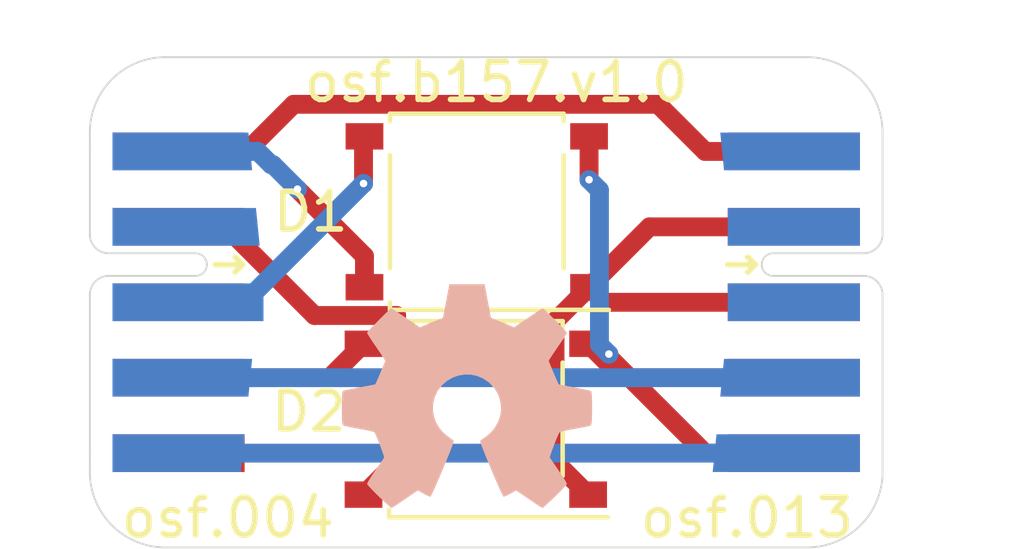
<source format=kicad_pcb>
(kicad_pcb (version 20221018) (generator pcbnew)
  (layers (0 "F.Cu" signal) (31 "B.Cu" signal) (34 "B.Paste" user) (35 "F.Paste" user) (36 "B.SilkS" user "B.Silkscreen") (37 "F.SilkS" user "F.Silkscreen") (38 "B.Mask" user) (39 "F.Mask" user) (44 "Edge.Cuts" user))
  (net 0 "")
  (net 1 "/rectifier/+")
  (net 2 "/rectifier/-")
  (net 3 "/rectifier/~2")
  (net 4 "/rectifier/~1")
  (net 5 "/rectifier1/~2")
  (net 6 "/rectifier1/~1")
  (net 7 "GND")
  (net 8 "/3.3V")
  (net 9 "/5V")
  (footprint "on_edge:on_edge_2x05_host" (layer "F.Cu") (at 161 96.5 -90)
    (fp_text reference "J2")
    (fp_text value "013_PoE_rectified")
    (fp_line (start -1 3.373) (end -1.2 3.573) (stroke (width 0.153)) (layer "F.SilkS"))
    (fp_line (start -1 4.1) (end -1 3.373) (stroke (width 0.153)) (layer "F.SilkS"))
    (fp_line (start -0.8 3.573) (end -1 3.373) (stroke (width 0.153)) (layer "F.SilkS"))
    (fp_line (start -4 0) (end -1.8 0) (stroke (width 0.05)) (layer "Edge.Cuts"))
    (fp_line (start -1.3 0.5) (end -1.3 2.9) (stroke (width 0.05)) (layer "Edge.Cuts"))
    (fp_line (start -0.7 2.9) (end -0.7 0.5) (stroke (width 0.05)) (layer "Edge.Cuts"))
    (fp_line (start -0.2 0) (end 4 0) (stroke (width 0.05)) (layer "Edge.Cuts"))
    (fp_arc (start -1.8 0) (mid -1.446447 0.146447) (end -1.3 0.5) (stroke (width 0.05)) (layer "Edge.Cuts"))
    (fp_arc (start -0.7 0.5) (mid -0.553553 0.146447) (end -0.2 0) (stroke (width 0.05)) (layer "Edge.Cuts"))
    (fp_arc (start -0.7 2.9) (mid -1 3.2) (end -1.3 2.9) (stroke (width 0.05)) (layer "Edge.Cuts"))
    (pad "1" smd rect (at -4 2.35 270) (size 1 3.5) (layers "F.Cu" "F.Mask") (net 7 "GND"))
    (pad "2" smd rect (at -2 2.35 270) (size 1 3.5) (layers "F.Cu" "F.Mask") (net 1 "/rectifier/+"))
    (pad "3" smd rect (at 0 2.35 270) (size 1 3.5) (layers "F.Cu" "F.Mask") (net 1 "/rectifier/+"))
    (pad "4" smd rect (at 2 2.35 270) (size 1 3.5) (layers "F.Cu" "F.Mask") (net 2 "/rectifier/-"))
    (pad "5" smd rect (at 4 2.35 270) (size 1 3.5) (layers "F.Cu" "F.Mask") (net 2 "/rectifier/-"))
    (pad "6" smd custom (at -4 2.4 90) (size 1 3.6) (layers "B.Cu" "B.Mask") (options (clearance outline) (anchor rect)) (primitives (gr_poly (pts (xy 0.5 -1.8) (xy -0.5 -1.8) (xy 0.5 -1.9)) (width 0) (fill yes))))
    (pad "7" smd rect (at -2 2.35 90) (size 1 3.5) (layers "B.Cu" "B.Mask"))
    (pad "8" smd rect (at 0 2.35 90) (size 1 3.5) (layers "B.Cu" "B.Mask"))
    (pad "9" smd custom (at 2 2.4 90) (size 1 3.6) (layers "B.Cu" "B.Mask") (net 8 "/3.3V") (options (clearance outline) (anchor rect)) (primitives (gr_poly (pts (xy 0.5 -1.8) (xy -0.5 -1.8) (xy -0.5 -1.9)) (width 0) (fill yes))))
    (pad "10" smd custom (at 4 2.5 90) (size 1 3.8) (layers "B.Cu" "B.Mask") (net 9 "/5V") (options (clearance outline) (anchor rect)) (primitives (gr_poly (pts (xy 0.5 -1.9) (xy -0.5 -1.9) (xy -0.5 -2)) (width 0) (fill yes))))
  )
  (footprint "on_edge:on_edge_2x05_device" (layer "F.Cu") (at 140 96.5 -90)
    (fp_text reference "J1")
    (fp_text value "004_BASE-T_CT")
    (fp_line (start -1.2 -3.85) (end -1 -4.05) (stroke (width 0.153)) (layer "F.SilkS"))
    (fp_line (start -1 -4.05) (end -1 -3.323) (stroke (width 0.153)) (layer "F.SilkS"))
    (fp_line (start -1 -4.05) (end -0.8 -3.85) (stroke (width 0.153)) (layer "F.SilkS"))
    (fp_line (start -4 0) (end -1.8 0) (stroke (width 0.05)) (layer "Edge.Cuts"))
    (fp_line (start -1.3 -2.8) (end -1.3 -0.5) (stroke (width 0.05)) (layer "Edge.Cuts"))
    (fp_line (start -0.7 -0.5) (end -0.7 -2.8) (stroke (width 0.05)) (layer "Edge.Cuts"))
    (fp_line (start -0.2 0) (end 4 0) (stroke (width 0.05)) (layer "Edge.Cuts"))
    (fp_arc (start -1.3 -2.8) (mid -1 -3.1) (end -0.7 -2.8) (stroke (width 0.05)) (layer "Edge.Cuts"))
    (fp_arc (start -1.3 -0.5) (mid -1.446447 -0.146447) (end -1.8 0) (stroke (width 0.05)) (layer "Edge.Cuts"))
    (fp_arc (start -0.2 0) (mid -0.553553 -0.146447) (end -0.7 -0.5) (stroke (width 0.05)) (layer "Edge.Cuts"))
    (pad "1" smd rect (at -4 -2.35 90) (size 1 3.5) (layers "F.Cu" "F.Mask") (net 7 "GND"))
    (pad "2" smd rect (at -2 -2.35 270) (size 1 3.5) (layers "F.Cu" "F.Mask") (net 6 "/rectifier1/~1"))
    (pad "3" smd rect (at 0 -2.35 270) (size 1 3.5) (layers "F.Cu" "F.Mask"))
    (pad "4" smd rect (at 2 -2.35 90) (size 1 3.5) (layers "F.Cu" "F.Mask") (net 5 "/rectifier1/~2"))
    (pad "5" smd rect (at 4 -2.35 90) (size 1 3.5) (layers "F.Cu" "F.Mask"))
    (pad "6" smd custom (at -4 -2.4 270) (size 1 3.6) (layers "B.Cu" "B.Mask") (net 4 "/rectifier/~1") (options (clearance outline) (anchor rect)) (primitives (gr_poly (pts (xy 0.5 -1.8) (xy 0.5 -1.9) (xy -0.5 -1.8)) (width 0) (fill yes))))
    (pad "7" smd custom (at -2 -2.1 270) (size 1 3) (layers "B.Cu" "B.Mask") (options (clearance outline) (anchor rect)) (primitives (gr_poly (pts (xy 0.3 -0.51) (xy 0.31 -0.62) (xy 0.33 -0.7) (xy 0.35 -0.76) (xy 0.37 -0.81) (xy 0.4 -0.86) (xy 0.44 -0.92) (xy 0.48 -0.97) (xy 0.5 -0.99) (xy 0.5 -2.4) (xy -0.5 -2.3) (xy -0.5 1.5) (xy 0.3 1.5)) (width 0) (fill yes))))
    (pad "8" smd rect (at 0 -2.6 270) (size 1 4) (layers "B.Cu" "B.Mask") (net 3 "/rectifier/~2"))
    (pad "9" smd custom (at 2 -2.4 270) (size 1 3.6) (layers "B.Cu" "B.Mask") (net 8 "/3.3V") (options (clearance outline) (anchor rect)) (primitives (gr_poly (pts (xy -0.5 -1.8) (xy -0.5 -1.9) (xy 0.5 -1.8)) (width 0) (fill yes))))
    (pad "10" smd custom (at 4 -2.3 270) (size 1 3.4) (layers "B.Cu" "B.Mask") (net 9 "/5V") (options (clearance outline) (anchor rect)) (primitives (gr_poly (pts (xy -0.5 -1.7) (xy -0.5 -1.8) (xy 0.5 -1.7)) (width 0) (fill yes))))
  )
  (footprint "Diode_SMD:Diode_Bridge_Diotec_ABS" (layer "F.Cu") (at 150.25 94.1 180)
    (fp_text reference "D1" (at 4.4 0) (layer "F.SilkS"))
    (fp_text value "ABS2")
    (fp_line (start -2.3 1.5) (end -2.3 -1.5) (stroke (width 0.12)) (layer "F.SilkS"))
    (fp_line (start -2.3 2.6) (end -2.3 2.4) (stroke (width 0.12)) (layer "F.SilkS"))
    (fp_line (start 2.3 -2.6) (end -3.5 -2.6) (stroke (width 0.12)) (layer "F.SilkS"))
    (fp_line (start 2.3 -2.4) (end 2.3 -2.6) (stroke (width 0.12)) (layer "F.SilkS"))
    (fp_line (start 2.3 -1.5) (end 2.3 1.5) (stroke (width 0.12)) (layer "F.SilkS"))
    (fp_line (start 2.3 2.4) (end 2.3 2.6) (stroke (width 0.12)) (layer "F.SilkS"))
    (fp_line (start 2.3 2.6) (end -2.3 2.6) (stroke (width 0.12)) (layer "F.SilkS"))
    (pad "1" smd rect (at -2.975 -2 180) (size 1 0.7) (layers "F.Cu" "F.Paste" "F.Mask") (net 1 "/rectifier/+"))
    (pad "2" smd rect (at -2.975 2 180) (size 1 0.7) (layers "F.Cu" "F.Paste" "F.Mask") (net 2 "/rectifier/-"))
    (pad "3" smd rect (at 2.975 2 180) (size 1 0.7) (layers "F.Cu" "F.Paste" "F.Mask") (net 3 "/rectifier/~2"))
    (pad "4" smd rect (at 2.975 -2 180) (size 1 0.7) (layers "F.Cu" "F.Paste" "F.Mask") (net 4 "/rectifier/~1"))
  )
  (footprint "Diode_SMD:Diode_Bridge_Diotec_ABS" (layer "F.Cu") (at 150.225 99.6 180)
    (fp_text reference "D2" (at 4.425 0.2) (layer "F.SilkS"))
    (fp_text value "ABS2")
    (fp_line (start -2.3 1.5) (end -2.3 -1.5) (stroke (width 0.12)) (layer "F.SilkS"))
    (fp_line (start -2.3 2.6) (end -2.3 2.4) (stroke (width 0.12)) (layer "F.SilkS"))
    (fp_line (start 2.3 -2.6) (end -3.5 -2.6) (stroke (width 0.12)) (layer "F.SilkS"))
    (fp_line (start 2.3 -2.4) (end 2.3 -2.6) (stroke (width 0.12)) (layer "F.SilkS"))
    (fp_line (start 2.3 -1.5) (end 2.3 1.5) (stroke (width 0.12)) (layer "F.SilkS"))
    (fp_line (start 2.3 2.4) (end 2.3 2.6) (stroke (width 0.12)) (layer "F.SilkS"))
    (fp_line (start 2.3 2.6) (end -2.3 2.6) (stroke (width 0.12)) (layer "F.SilkS"))
    (pad "1" smd rect (at -2.975 -2 180) (size 1 0.7) (layers "F.Cu" "F.Paste" "F.Mask") (net 1 "/rectifier/+"))
    (pad "2" smd rect (at -2.975 2 180) (size 1 0.7) (layers "F.Cu" "F.Paste" "F.Mask") (net 2 "/rectifier/-"))
    (pad "3" smd rect (at 2.975 2 180) (size 1 0.7) (layers "F.Cu" "F.Paste" "F.Mask") (net 5 "/rectifier1/~2"))
    (pad "4" smd rect (at 2.975 -2 180) (size 1 0.7) (layers "F.Cu" "F.Paste" "F.Mask") (net 6 "/rectifier1/~1"))
  )
  (footprint "Symbol:OSHW-Symbol_6.7x6mm_SilkScreen" (layer "B.Cu") (at 150 99 180)
    (fp_text reference "LOGO1" hide)
    (fp_text value "Logo_Open_Hardware_Small" hide)
    (fp_poly (pts (xy 0.555814 2.531069) (xy 0.639635 2.086445) (xy 0.94892 1.958947) (xy 1.258206 1.831449) (xy 1.629246 2.083754) (xy 1.733157 2.154004) (xy 1.827087 2.216728) (xy 1.906652 2.269062) (xy 1.96747 2.308143) (xy 2.005157 2.331107) (xy 2.015421 2.336058) (xy 2.03391 2.323324) (xy 2.07342 2.288118) (xy 2.129522 2.234938) (xy 2.197787 2.168282) (xy 2.273786 2.092646) (xy 2.353092 2.012528) (xy 2.431275 1.932426) (xy 2.503907 1.856836) (xy 2.566559 1.790255) (xy 2.614803 1.737182) (xy 2.64421 1.702113) (xy 2.651241 1.690377) (xy 2.641123 1.66874) (xy 2.612759 1.621338) (xy 2.569129 1.552807) (xy 2.513218 1.467785) (xy 2.448006 1.370907) (xy 2.410219 1.31565) (xy 2.341343 1.214752) (xy 2.28014 1.123701) (xy 2.229578 1.04703) (xy 2.192628 0.989272) (xy 2.172258 0.954957) (xy 2.169197 0.947746) (xy 2.176136 0.927252) (xy 2.195051 0.879487) (xy 2.223087 0.811168) (xy 2.257391 0.729011) (xy 2.295109 0.63973) (xy 2.333387 0.550042) (xy 2.36937 0.466662) (xy 2.400206 0.396306) (xy 2.423039 0.34569) (xy 2.435017 0.321529) (xy 2.435724 0.320578) (xy 2.454531 0.315964) (xy 2.504618 0.305672) (xy 2.580793 0.290713) (xy 2.677865 0.272099) (xy 2.790643 0.250841) (xy 2.856442 0.238582) (xy 2.97695 0.215638) (xy 3.085797 0.193805) (xy 3.177476 0.174278) (xy 3.246481 0.158252) (xy 3.287304 0.146921) (xy 3.295511 0.143326) (xy 3.303548 0.118994) (xy 3.310033 0.064041) (xy 3.31497 -0.015108) (xy 3.318364 -0.112026) (xy 3.320218 -0.220287) (xy 3.320538 -0.333465) (xy 3.319327 -0.445135) (xy 3.31659 -0.548868) (xy 3.312331 -0.638241) (xy 3.306555 -0.706826) (xy 3.299267 -0.748197) (xy 3.294895 -0.75681) (xy 3.268764 -0.767133) (xy 3.213393 -0.781892) (xy 3.136107 -0.799352) (xy 3.04423 -0.81778) (xy 3.012158 -0.823741) (xy 2.857524 -0.852066) (xy 2.735375 -0.874876) (xy 2.641673 -0.89308) (xy 2.572384 -0.907583) (xy 2.523471 -0.919292) (xy 2.490897 -0.929115) (xy 2.470628 -0.937956) (xy 2.458626 -0.946724) (xy 2.456947 -0.948457) (xy 2.440184 -0.976371) (xy 2.414614 -1.030695) (xy 2.382788 -1.104777) (xy 2.34726 -1.191965) (xy 2.310583 -1.285608) (xy 2.275311 -1.379052) (xy 2.243996 -1.465647) (xy 2.219193 -1.53874) (xy 2.203454 -1.591678) (xy 2.199332 -1.617811) (xy 2.199676 -1.618726) (xy 2.213641 -1.640086) (xy 2.245322 -1.687084) (xy 2.291391 -1.754827) (xy 2.348518 -1.838423) (xy 2.413373 -1.932982) (xy 2.431843 -1.959854) (xy 2.497699 -2.057275) (xy 2.55565 -2.146163) (xy 2.602538 -2.221412) (xy 2.635207 -2.27792) (xy 2.6505 -2.310581) (xy 2.651241 -2.314593) (xy 2.638392 -2.335684) (xy 2.602888 -2.377464) (xy 2.549293 -2.435445) (xy 2.482171 -2.505135) (xy 2.406087 -2.582045) (xy 2.325604 -2.661683) (xy 2.245287 -2.739561) (xy 2.169699 -2.811186) (xy 2.103405 -2.87207) (xy 2.050969 -2.917721) (xy 2.016955 -2.94365) (xy 2.007545 -2.947883) (xy 1.985643 -2.937912) (xy 1.9408 -2.91102) (xy 1.880321 -2.871736) (xy 1.833789 -2.840117) (xy 1.749475 -2.782098) (xy 1.649626 -2.713784) (xy 1.549473 -2.645579) (xy 1.495627 -2.609075) (xy 1.313371 -2.4858) (xy 1.160381 -2.56852) (xy 1.090682 -2.604759) (xy 1.031414 -2.632926) (xy 0.991311 -2.648991) (xy 0.981103 -2.651226) (xy 0.968829 -2.634722) (xy 0.944613 -2.588082) (xy 0.910263 -2.515609) (xy 0.867588 -2.421606) (xy 0.818394 -2.310374) (xy 0.76449 -2.186215) (xy 0.707684 -2.053432) (xy 0.649782 -1.916327) (xy 0.592593 -1.779202) (xy 0.537924 -1.646358) (xy 0.487584 -1.522098) (xy 0.44338 -1.410725) (xy 0.407119 -1.316539) (xy 0.380609 -1.243844) (xy 0.365658 -1.196941) (xy 0.363254 -1.180833) (xy 0.382311 -1.160286) (xy 0.424036 -1.126933) (xy 0.479706 -1.087702) (xy 0.484378 -1.084599) (xy 0.628264 -0.969423) (xy 0.744283 -0.835053) (xy 0.83143 -0.685784) (xy 0.888699 -0.525913) (xy 0.915086 -0.359737) (xy 0.909585 -0.191552) (xy 0.87119 -0.025655) (xy 0.798895 0.133658) (xy 0.777626 0.168513) (xy 0.666996 0.309263) (xy 0.536302 0.422286) (xy 0.390064 0.506997) (xy 0.232808 0.562806) (xy 0.069057 0.589126) (xy -0.096667 0.58537) (xy -0.259838 0.55095) (xy -0.415935 0.485277) (xy -0.560433 0.387765) (xy -0.605131 0.348187) (xy -0.718888 0.224297) (xy -0.801782 0.093876) (xy -0.858644 -0.052315) (xy -0.890313 -0.197088) (xy -0.898131 -0.35986) (xy -0.872062 -0.52344) (xy -0.814755 -0.682298) (xy -0.728856 -0.830906) (xy -0.617014 -0.963735) (xy -0.481877 -1.075256) (xy -0.464117 -1.087011) (xy -0.40785 -1.125508) (xy -0.365077 -1.158863) (xy -0.344628 -1.18016) (xy -0.344331 -1.180833) (xy -0.348721 -1.203871) (xy -0.366124 -1.256157) (xy -0.394732 -1.33339) (xy -0.432735 -1.431268) (xy -0.478326 -1.545491) (xy -0.529697 -1.671758) (xy -0.585038 -1.805767) (xy -0.642542 -1.943218) (xy -0.700399 -2.079808) (xy -0.756802 -2.211237) (xy -0.809942 -2.333205) (xy -0.85801 -2.441409) (xy -0.899199 -2.531549) (xy -0.931699 -2.599323) (xy -0.953703 -2.64043) (xy -0.962564 -2.651226) (xy -0.98964 -2.642819) (xy -1.040303 -2.620272) (xy -1.105817 -2.587613) (xy -1.141841 -2.56852) (xy -1.294832 -2.4858) (xy -1.477088 -2.609075) (xy -1.570125 -2.672228) (xy -1.671985 -2.741727) (xy -1.767438 -2.807165) (xy -1.81525 -2.840117) (xy -1.882495 -2.885273) (xy -1.939436 -2.921057) (xy -1.978646 -2.942938) (xy -1.991381 -2.947563) (xy -2.009917 -2.935085) (xy -2.050941 -2.900252) (xy -2.110475 -2.846678) (xy -2.184542 -2.777983) (xy -2.269165 -2.697781) (xy -2.322685 -2.646286) (xy -2.416319 -2.554286) (xy -2.497241 -2.471999) (xy -2.562177 -2.402945) (xy -2.607858 -2.350644) (xy -2.631011 -2.318616) (xy -2.633232 -2.312116) (xy -2.622924 -2.287394) (xy -2.594439 -2.237405) (xy -2.550937 -2.167212) (xy -2.495577 -2.081875) (xy -2.43152 -1.986456) (xy -2.413303 -1.959854) (xy -2.346927 -1.863167) (xy -2.287378 -1.776117) (xy -2.237984 -1.703595) (xy -2.202075 -1.650493) (xy -2.182981 -1.621703) (xy -2.181136 -1.618726) (xy -2.183895 -1.595782) (xy -2.198538 -1.545336) (xy -2.222513 -1.474041) (xy -2.253266 -1.388547) (xy -2.288244 -1.295507) (xy -2.324893 -1.201574) (xy -2.360661 -1.113399) (xy -2.392994 -1.037634) (xy -2.419338 -0.980931) (xy -2.437142 -0.949943) (xy -2.438407 -0.948457) (xy -2.449294 -0.939601) (xy -2.467682 -0.930843) (xy -2.497606 -0.921277) (xy -2.543103 -0.909996) (xy -2.608209 -0.896093) (xy -2.696961 -0.878663) (xy -2.813393 -0.856798) (xy -2.961542 -0.829591) (xy -2.993618 -0.823741) (xy -3.088686 -0.805374) (xy -3.171565 -0.787405) (xy -3.23493 -0.771569) (xy -3.271458 -0.7596) (xy -3.276356 -0.75681) (xy -3.284427 -0.732072) (xy -3.290987 -0.67679) (xy -3.296033 -0.597389) (xy -3.299559 -0.500296) (xy -3.301561 -0.391938) (xy -3.302036 -0.27874) (xy -3.300977 -0.167128) (xy -3.298382 -0.063529) (xy -3.294246 0.025632) (xy -3.288563 0.093928) (xy -3.281331 0.134934) (xy -3.276971 0.143326) (xy -3.252698 0.151792) (xy -3.197426 0.165565) (xy -3.116662 0.18345) (xy -3.015912 0.204252) (xy -2.900683 0.226777) (xy -2.837902 0.238582) (xy -2.718787 0.260849) (xy -2.612565 0.281021) (xy -2.524427 0.298085) (xy -2.459566 0.311031) (xy -2.423174 0.318845) (xy -2.417184 0.320578) (xy -2.407061 0.34011) (xy -2.385662 0.387157) (xy -2.355839 0.454997) (xy -2.320445 0.536909) (xy -2.282332 0.626172) (xy -2.244353 0.716065) (xy -2.20936 0.799865) (xy -2.180206 0.870853) (xy -2.159743 0.922306) (xy -2.150823 0.947503) (xy -2.150657 0.948604) (xy -2.160769 0.968481) (xy -2.189117 1.014223) (xy -2.232723 1.081283) (xy -2.288606 1.165116) (xy -2.353787 1.261174) (xy -2.391679 1.31635) (xy -2.460725 1.417519) (xy -2.52205 1.50937) (xy -2.572663 1.587256) (xy -2.609571 1.646531) (xy -2.629782 1.682549) (xy -2.632701 1.690623) (xy -2.620153 1.709416) (xy -2.585463 1.749543) (xy -2.533063 1.806507) (xy -2.467384 1.875815) (xy -2.392856 1.952969) (xy -2.313913 2.033475) (xy -2.234983 2.112837) (xy -2.1605 2.18656) (xy -2.094894 2.250148) (xy -2.042596 2.299106) (xy -2.008039 2.328939) (xy -1.996478 2.336058) (xy -1.977654 2.326047) (xy -1.932631 2.297922) (xy -1.865787 2.254546) (xy -1.781499 2.198782) (xy -1.684144 2.133494) (xy -1.610707 2.083754) (xy -1.239667 1.831449) (xy -0.621095 2.086445) (xy -0.537275 2.531069) (xy -0.453454 2.975693) (xy 0.471994 2.975693) (xy 0.555814 2.531069)) (stroke (width 0.01)) (fill solid) (layer "B.SilkS"))
  )
  (gr_line (start 142 90) (end 159 90) (stroke (width 0.05)) (layer "Edge.Cuts"))
  (gr_arc (start 161 101) (mid 160.414214 102.414214) (end 159 103) (stroke (width 0.05)) (layer "Edge.Cuts"))
  (gr_line (start 159 103) (end 142 103) (stroke (width 0.05)) (layer "Edge.Cuts"))
  (gr_arc (start 159 90) (mid 160.414214 90.585786) (end 161 92) (stroke (width 0.05)) (layer "Edge.Cuts"))
  (gr_line (start 161 101) (end 161 100.5) (stroke (width 0.05)) (layer "Edge.Cuts"))
  (gr_arc (start 142 103) (mid 140.585786 102.414214) (end 140 101) (stroke (width 0.05)) (layer "Edge.Cuts"))
  (gr_line (start 161 92.5) (end 161 92) (stroke (width 0.05)) (layer "Edge.Cuts"))
  (gr_line (start 140 92.5) (end 140 92) (stroke (width 0.05)) (layer "Edge.Cuts"))
  (gr_arc (start 140 92) (mid 140.585786 90.585786) (end 142 90) (stroke (width 0.05)) (layer "Edge.Cuts"))
  (gr_line (start 140 101) (end 140 100.5) (stroke (width 0.05)) (layer "Edge.Cuts"))
  (gr_text "osf.b157.v1.0" (at 145.6 91.25) (layer "F.SilkS") (effects (font (size 1 1)) (justify left bottom)))
  (gr_text "osf.013" (at 154.5 102.8) (layer "F.SilkS") (effects (font (size 1 1)) (justify left bottom)))
  (gr_text "osf.004" (at 140.75 102.8) (layer "F.SilkS") (effects (font (size 1 1)) (justify left bottom)))
  (segment (start 152.323 97.002) (end 153.225 96.1) (width 0.5) (layer "F.Cu") (net 1))
  (segment (start 158.65 94.5) (end 154.825 94.5) (width 0.5) (layer "F.Cu") (net 1))
  (segment (start 153.2 101.6) (end 152.323 100.723) (width 0.5) (layer "F.Cu") (net 1))
  (segment (start 153.225 96.1) (end 153.625 96.5) (width 0.5) (layer "F.Cu") (net 1))
  (segment (start 154.825 94.5) (end 153.225 96.1) (width 0.5) (layer "F.Cu") (net 1))
  (segment (start 152.323 100.723) (end 152.323 97.002) (width 0.5) (layer "F.Cu") (net 1))
  (segment (start 153.625 96.5) (end 158.65 96.5) (width 0.5) (layer "F.Cu") (net 1))
  (segment (start 158.65 100.5) (end 156.3 100.5) (width 0.5) (layer "F.Cu") (net 2))
  (segment (start 158.65 98.5) (end 154.1 98.5) (width 0.5) (layer "F.Cu") (net 2))
  (segment (start 156.3 100.5) (end 153.4 97.6) (width 0.5) (layer "F.Cu") (net 2))
  (segment (start 154.1 98.5) (end 153.2 97.6) (width 0.5) (layer "F.Cu") (net 2))
  (segment (start 153.225 93.25) (end 153.225 92.1) (width 0.5) (layer "F.Cu") (net 2))
  (segment (start 153.4 97.6) (end 153.2 97.6) (width 0.5) (layer "F.Cu") (net 2))
  (via (at 153.225 93.25) (size 0.5) (drill 0.2) (layers "F.Cu" "B.Cu") (net 2))
  (via (at 153.75 97.8735) (size 0.5) (drill 0.2) (layers "F.Cu" "B.Cu") (net 2))
  (segment (start 153.5 93.525) (end 153.5 97.6235) (width 0.5) (layer "B.Cu") (net 2))
  (segment (start 153.5 97.6235) (end 153.75 97.8735) (width 0.5) (layer "B.Cu") (net 2))
  (segment (start 153.225 93.25) (end 153.5 93.525) (width 0.5) (layer "B.Cu") (net 2))
  (segment (start 147.25 93.35) (end 147.25 92.125) (width 0.5) (layer "F.Cu") (net 3))
  (segment (start 147.25 92.125) (end 147.275 92.1) (width 0.5) (layer "F.Cu") (net 3))
  (via (at 147.25 93.35) (size 0.5) (drill 0.2) (layers "F.Cu" "B.Cu") (net 3))
  (segment (start 142.6 96.5) (end 144.1 96.5) (width 0.5) (layer "B.Cu") (net 3))
  (segment (start 144.1 96.5) (end 147.25 93.35) (width 0.5) (layer "B.Cu") (net 3))
  (segment (start 147.275 96.1) (end 147.275 95.275) (width 0.5) (layer "F.Cu") (net 4))
  (segment (start 147.275 95.275) (end 145.5 93.5) (width 0.5) (layer "F.Cu") (net 4))
  (via (at 145.5 93.5) (size 0.5) (drill 0.2) (layers "F.Cu" "B.Cu") (net 4))
  (segment (start 144.45 92.5) (end 142.4 92.5) (width 0.5) (layer "B.Cu") (net 4))
  (segment (start 144.8 92.85) (end 144.45 92.5) (width 0.5) (layer "B.Cu") (net 4))
  (segment (start 145.5 93.5) (end 144.85 92.85) (width 0.5) (layer "B.Cu") (net 4))
  (segment (start 144.85 92.85) (end 144.8 92.85) (width 0.5) (layer "B.Cu") (net 4))
  (segment (start 142.35 98.5) (end 146.35 98.5) (width 0.5) (layer "F.Cu") (net 5))
  (segment (start 146.35 98.5) (end 147.25 97.6) (width 0.5) (layer "F.Cu") (net 5))
  (segment (start 148.127 96.85) (end 148.127 100.723) (width 0.5) (layer "F.Cu") (net 6))
  (segment (start 142.35 94.5) (end 143.6 94.5) (width 0.5) (layer "F.Cu") (net 6))
  (segment (start 148.127 100.723) (end 147.25 101.6) (width 0.5) (layer "F.Cu") (net 6))
  (segment (start 143.6 94.5) (end 145.95 96.85) (width 0.5) (layer "F.Cu") (net 6))
  (segment (start 145.95 96.85) (end 148.127 96.85) (width 0.5) (layer "F.Cu") (net 6))
  (segment (start 155.05 91.25) (end 156.3 92.5) (width 0.5) (layer "F.Cu") (net 7))
  (segment (start 142.35 92.5) (end 144.15 92.5) (width 0.5) (layer "F.Cu") (net 7))
  (segment (start 144.15 92.5) (end 145.4 91.25) (width 0.5) (layer "F.Cu") (net 7))
  (segment (start 156.3 92.5) (end 158.65 92.5) (width 0.5) (layer "F.Cu") (net 7))
  (segment (start 145.4 91.25) (end 155.05 91.25) (width 0.5) (layer "F.Cu") (net 7))
  (segment (start 142.4 98.5) (end 158.6 98.5) (width 0.5) (layer "B.Cu") (net 8))
  (segment (start 142.3 100.5) (end 158.5 100.5) (width 0.5) (layer "B.Cu") (net 9))
)
</source>
